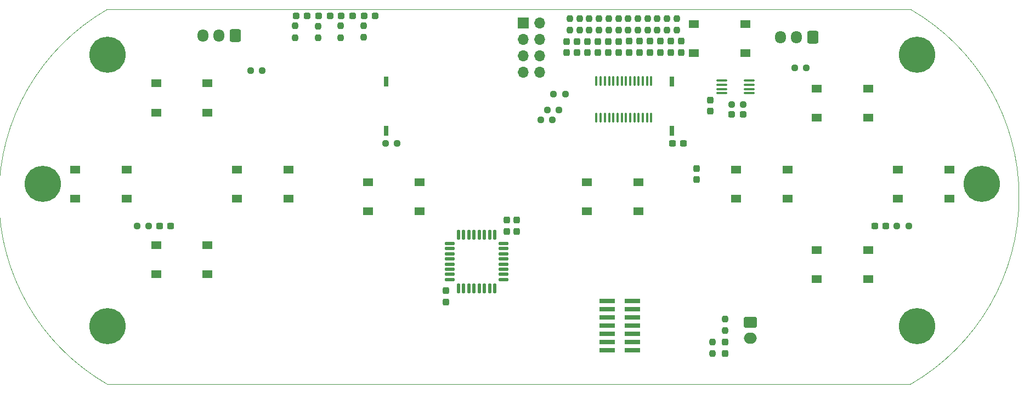
<source format=gbr>
%TF.GenerationSoftware,KiCad,Pcbnew,7.0.5-7.0.5~ubuntu20.04.1*%
%TF.CreationDate,2023-06-19T07:22:00+00:00*%
%TF.ProjectId,Controler_NRF24L01_Exclude_v3,436f6e74-726f-46c6-9572-5f4e52463234,rev?*%
%TF.SameCoordinates,Original*%
%TF.FileFunction,Soldermask,Top*%
%TF.FilePolarity,Negative*%
%FSLAX45Y45*%
G04 Gerber Fmt 4.5, Leading zero omitted, Abs format (unit mm)*
G04 Created by KiCad (PCBNEW 7.0.5-7.0.5~ubuntu20.04.1) date 2023-06-19 07:22:00*
%MOMM*%
%LPD*%
G01*
G04 APERTURE LIST*
G04 Aperture macros list*
%AMRoundRect*
0 Rectangle with rounded corners*
0 $1 Rounding radius*
0 $2 $3 $4 $5 $6 $7 $8 $9 X,Y pos of 4 corners*
0 Add a 4 corners polygon primitive as box body*
4,1,4,$2,$3,$4,$5,$6,$7,$8,$9,$2,$3,0*
0 Add four circle primitives for the rounded corners*
1,1,$1+$1,$2,$3*
1,1,$1+$1,$4,$5*
1,1,$1+$1,$6,$7*
1,1,$1+$1,$8,$9*
0 Add four rect primitives between the rounded corners*
20,1,$1+$1,$2,$3,$4,$5,0*
20,1,$1+$1,$4,$5,$6,$7,0*
20,1,$1+$1,$6,$7,$8,$9,0*
20,1,$1+$1,$8,$9,$2,$3,0*%
G04 Aperture macros list end*
%TA.AperFunction,Profile*%
%ADD10C,0.050000*%
%TD*%
%TA.AperFunction,Profile*%
%ADD11C,0.100000*%
%TD*%
%ADD12RoundRect,0.237500X-0.237500X0.287500X-0.237500X-0.287500X0.237500X-0.287500X0.237500X0.287500X0*%
%ADD13RoundRect,0.237500X-0.287500X-0.237500X0.287500X-0.237500X0.287500X0.237500X-0.287500X0.237500X0*%
%ADD14RoundRect,0.237500X-0.250000X-0.237500X0.250000X-0.237500X0.250000X0.237500X-0.250000X0.237500X0*%
%ADD15R,0.760000X1.600000*%
%ADD16RoundRect,0.237500X0.237500X-0.250000X0.237500X0.250000X-0.237500X0.250000X-0.237500X-0.250000X0*%
%ADD17RoundRect,0.237500X0.250000X0.237500X-0.250000X0.237500X-0.250000X-0.237500X0.250000X-0.237500X0*%
%ADD18RoundRect,0.237500X-0.300000X-0.237500X0.300000X-0.237500X0.300000X0.237500X-0.300000X0.237500X0*%
%ADD19C,5.600000*%
%ADD20R,1.550000X1.300000*%
%ADD21RoundRect,0.250000X0.600000X0.725000X-0.600000X0.725000X-0.600000X-0.725000X0.600000X-0.725000X0*%
%ADD22O,1.700000X1.950000*%
%ADD23RoundRect,0.125000X0.125000X-0.625000X0.125000X0.625000X-0.125000X0.625000X-0.125000X-0.625000X0*%
%ADD24RoundRect,0.125000X0.625000X-0.125000X0.625000X0.125000X-0.625000X0.125000X-0.625000X-0.125000X0*%
%ADD25RoundRect,0.237500X-0.237500X0.250000X-0.237500X-0.250000X0.237500X-0.250000X0.237500X0.250000X0*%
%ADD26R,1.700000X1.700000*%
%ADD27O,1.700000X1.700000*%
%ADD28RoundRect,0.237500X-0.237500X0.300000X-0.237500X-0.300000X0.237500X-0.300000X0.237500X0.300000X0*%
%ADD29RoundRect,0.100000X-0.712500X-0.100000X0.712500X-0.100000X0.712500X0.100000X-0.712500X0.100000X0*%
%ADD30RoundRect,0.237500X0.300000X0.237500X-0.300000X0.237500X-0.300000X-0.237500X0.300000X-0.237500X0*%
%ADD31R,2.400000X0.740000*%
%ADD32RoundRect,0.100000X0.100000X-0.637500X0.100000X0.637500X-0.100000X0.637500X-0.100000X-0.637500X0*%
%ADD33RoundRect,0.250000X-0.750000X0.600000X-0.750000X-0.600000X0.750000X-0.600000X0.750000X0.600000X0*%
%ADD34O,2.000000X1.700000*%
G04 APERTURE END LIST*
D10*
X20569000Y-12290000D02*
G75*
G03*
X20569000Y-6490000I-1674316J2900000D01*
G01*
D11*
X8169000Y-6490000D02*
X20569000Y-6490000D01*
X8169000Y-12290000D02*
X20569000Y-12290000D01*
D10*
X8169000Y-6490000D02*
G75*
G03*
X8169000Y-12290000I1674316J-2900000D01*
G01*
D12*
X16706500Y-6982500D03*
X16706500Y-7157500D03*
D13*
X17807500Y-8110000D03*
X17982500Y-8110000D03*
D12*
X15581500Y-6985000D03*
X15581500Y-7160000D03*
D14*
X17803750Y-7957600D03*
X17986250Y-7957600D03*
D15*
X12469000Y-8371000D03*
X12469000Y-7609000D03*
D12*
X16866500Y-6982500D03*
X16866500Y-7157500D03*
D16*
X16809000Y-6812500D03*
X16809000Y-6630000D03*
D12*
X16226500Y-6982500D03*
X16226500Y-7157500D03*
D17*
X15141250Y-8050000D03*
X14958750Y-8050000D03*
D13*
X11431500Y-6590000D03*
X11606500Y-6590000D03*
D18*
X16892250Y-8560000D03*
X17064750Y-8560000D03*
D16*
X16059000Y-6812500D03*
X16059000Y-6630000D03*
D19*
X8169000Y-7190000D03*
D16*
X15459000Y-6812500D03*
X15459000Y-6630000D03*
D19*
X8169000Y-11390000D03*
D16*
X15606000Y-6812500D03*
X15606000Y-6630000D03*
X16659000Y-6812500D03*
X16659000Y-6630000D03*
D17*
X8811048Y-9845000D03*
X8628548Y-9845000D03*
D20*
X8921500Y-7635000D03*
X9716500Y-7635000D03*
X8921500Y-8085000D03*
X9716500Y-8085000D03*
X12192500Y-9165000D03*
X12987500Y-9165000D03*
X12192500Y-9615000D03*
X12987500Y-9615000D03*
D14*
X14858750Y-8200000D03*
X15041250Y-8200000D03*
D21*
X19059400Y-6916200D03*
D22*
X18809400Y-6916200D03*
X18559400Y-6916200D03*
D19*
X20669000Y-7190000D03*
D16*
X16209000Y-6812500D03*
X16209000Y-6630000D03*
D23*
X13589000Y-10807500D03*
X13669000Y-10807500D03*
X13749000Y-10807500D03*
X13829000Y-10807500D03*
X13909000Y-10807500D03*
X13989000Y-10807500D03*
X14069000Y-10807500D03*
X14149000Y-10807500D03*
D24*
X14286500Y-10670000D03*
X14286500Y-10590000D03*
X14286500Y-10510000D03*
X14286500Y-10430000D03*
X14286500Y-10350000D03*
X14286500Y-10270000D03*
X14286500Y-10190000D03*
X14286500Y-10110000D03*
D23*
X14149000Y-9972500D03*
X14069000Y-9972500D03*
X13989000Y-9972500D03*
X13909000Y-9972500D03*
X13829000Y-9972500D03*
X13749000Y-9972500D03*
X13669000Y-9972500D03*
X13589000Y-9972500D03*
D24*
X13451500Y-10110000D03*
X13451500Y-10190000D03*
X13451500Y-10270000D03*
X13451500Y-10350000D03*
X13451500Y-10430000D03*
X13451500Y-10510000D03*
X13451500Y-10590000D03*
X13451500Y-10670000D03*
D12*
X15421400Y-6985000D03*
X15421400Y-7160000D03*
D20*
X17221500Y-6715000D03*
X18016500Y-6715000D03*
X17221500Y-7165000D03*
X18016500Y-7165000D03*
D25*
X17509000Y-11632500D03*
X17509000Y-11815000D03*
D20*
X7671500Y-8965000D03*
X8466500Y-8965000D03*
X7671500Y-9415000D03*
X8466500Y-9415000D03*
D21*
X10144000Y-6892500D03*
D22*
X9894000Y-6892500D03*
X9644000Y-6892500D03*
D16*
X15309000Y-6812500D03*
X15309000Y-6630000D03*
D12*
X15741500Y-6985000D03*
X15741500Y-7160000D03*
X17029000Y-6982500D03*
X17029000Y-7157500D03*
D20*
X17871500Y-8965000D03*
X18666500Y-8965000D03*
X17871500Y-9415000D03*
X18666500Y-9415000D03*
D17*
X15241250Y-7800000D03*
X15058750Y-7800000D03*
D16*
X16509000Y-6812500D03*
X16509000Y-6630000D03*
X16359000Y-6812500D03*
X16359000Y-6630000D03*
D12*
X16546500Y-6982500D03*
X16546500Y-7157500D03*
D20*
X15571500Y-9165000D03*
X16366500Y-9165000D03*
X15571500Y-9615000D03*
X16366500Y-9615000D03*
D25*
X11421500Y-6748750D03*
X11421500Y-6931250D03*
D26*
X14589000Y-6696000D03*
D27*
X14843000Y-6696000D03*
X14589000Y-6950000D03*
X14843000Y-6950000D03*
X14589000Y-7204000D03*
X14843000Y-7204000D03*
X14589000Y-7458000D03*
X14843000Y-7458000D03*
D28*
X13399200Y-10843150D03*
X13399200Y-11015650D03*
D19*
X21669000Y-9190000D03*
D13*
X11781500Y-6590000D03*
X11956500Y-6590000D03*
D14*
X12462750Y-8560000D03*
X12645250Y-8560000D03*
D18*
X8973548Y-9845000D03*
X9146048Y-9845000D03*
D20*
X8921500Y-10135000D03*
X9716500Y-10135000D03*
X8921500Y-10585000D03*
X9716500Y-10585000D03*
D28*
X14339000Y-9750950D03*
X14339000Y-9923450D03*
D12*
X16065000Y-6983750D03*
X16065000Y-7158750D03*
D25*
X12129000Y-6741250D03*
X12129000Y-6923750D03*
D28*
X14491400Y-9750950D03*
X14491400Y-9923450D03*
D20*
X19121500Y-7715000D03*
X19916500Y-7715000D03*
X19121500Y-8165000D03*
X19916500Y-8165000D03*
D19*
X7169000Y-9190000D03*
D12*
X16386500Y-6982500D03*
X16386500Y-7157500D03*
D25*
X11071500Y-6746250D03*
X11071500Y-6928750D03*
D14*
X10377750Y-7440000D03*
X10560250Y-7440000D03*
D25*
X11774000Y-6746250D03*
X11774000Y-6928750D03*
D13*
X11081500Y-6590000D03*
X11256500Y-6590000D03*
D15*
X16886000Y-8371000D03*
X16886000Y-7609000D03*
D29*
X17657750Y-7592500D03*
X17657750Y-7657500D03*
X17657750Y-7722500D03*
X17657750Y-7787500D03*
X18080250Y-7787500D03*
X18080250Y-7722500D03*
X18080250Y-7657500D03*
X18080250Y-7592500D03*
D30*
X20186452Y-9845000D03*
X20013952Y-9845000D03*
D12*
X15901500Y-6985000D03*
X15901500Y-7160000D03*
D14*
X20358952Y-9845000D03*
X20541452Y-9845000D03*
D28*
X17709000Y-11637500D03*
X17709000Y-11810000D03*
D31*
X15886500Y-11003000D03*
X16276500Y-11003000D03*
X15886500Y-11130000D03*
X16276500Y-11130000D03*
X15886500Y-11257000D03*
X16276500Y-11257000D03*
X15886500Y-11384000D03*
X16276500Y-11384000D03*
X15886500Y-11511000D03*
X16276500Y-11511000D03*
X15886500Y-11638000D03*
X16276500Y-11638000D03*
X15886500Y-11765000D03*
X16276500Y-11765000D03*
D28*
X17474000Y-7893750D03*
X17474000Y-8066250D03*
D19*
X20669000Y-11390000D03*
D32*
X15719900Y-8167650D03*
X15784900Y-8167650D03*
X15849900Y-8167650D03*
X15914900Y-8167650D03*
X15979900Y-8167650D03*
X16044900Y-8167650D03*
X16109900Y-8167650D03*
X16174900Y-8167650D03*
X16239900Y-8167650D03*
X16304900Y-8167650D03*
X16369900Y-8167650D03*
X16434900Y-8167650D03*
X16499900Y-8167650D03*
X16564900Y-8167650D03*
X16564900Y-7595150D03*
X16499900Y-7595150D03*
X16434900Y-7595150D03*
X16369900Y-7595150D03*
X16304900Y-7595150D03*
X16239900Y-7595150D03*
X16174900Y-7595150D03*
X16109900Y-7595150D03*
X16044900Y-7595150D03*
X15979900Y-7595150D03*
X15914900Y-7595150D03*
X15849900Y-7595150D03*
X15784900Y-7595150D03*
X15719900Y-7595150D03*
D12*
X15261500Y-6985000D03*
X15261500Y-7160000D03*
D16*
X15909000Y-6812500D03*
X15909000Y-6630000D03*
D20*
X19121500Y-10215000D03*
X19916500Y-10215000D03*
X19121500Y-10665000D03*
X19916500Y-10665000D03*
D25*
X17709000Y-11278750D03*
X17709000Y-11461250D03*
D20*
X10171500Y-8965000D03*
X10966500Y-8965000D03*
X10171500Y-9415000D03*
X10966500Y-9415000D03*
D16*
X15759000Y-6812500D03*
X15759000Y-6630000D03*
D20*
X20371500Y-8965000D03*
X21166500Y-8965000D03*
X20371500Y-9415000D03*
X21166500Y-9415000D03*
D14*
X18777750Y-7390000D03*
X18960250Y-7390000D03*
D28*
X17268500Y-8952000D03*
X17268500Y-9124500D03*
D13*
X12131500Y-6590000D03*
X12306500Y-6590000D03*
D16*
X16959000Y-6812500D03*
X16959000Y-6630000D03*
D33*
X18096500Y-11330000D03*
D34*
X18096500Y-11580000D03*
M02*

</source>
